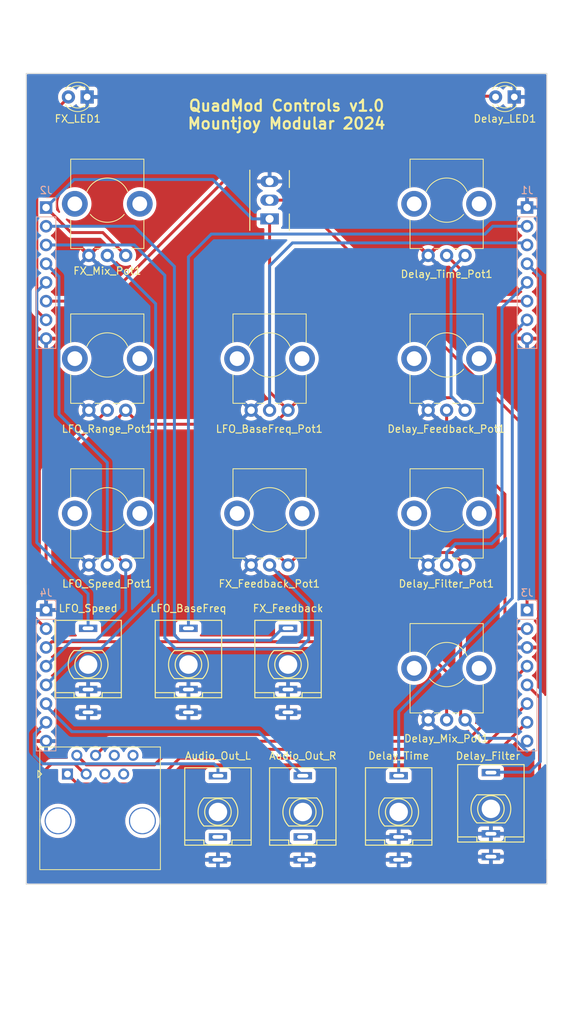
<source format=kicad_pcb>
(kicad_pcb (version 20221018) (generator pcbnew)
  (layers (0 "F.Cu" signal) (31 "B.Cu" signal) (36 "B.SilkS" user "B.Silkscreen") (37 "F.SilkS" user "F.Silkscreen") (38 "B.Mask" user) (39 "F.Mask" user) (44 "Edge.Cuts" user))
  (net 0 "")
  (net 1 "+3.3VA")
  (net 2 "/DLY_FILTER_POT")
  (net 3 "GND")
  (net 4 "/DELAY_LED")
  (net 5 "/DLY_TIME_POT")
  (net 6 "/FX_FEEDBACK_POT")
  (net 7 "/FX_LED")
  (net 8 "/DLY_TIME_CV")
  (net 9 "/DLY_FILTER_CV")
  (net 10 "/LFO_BASEFREQ_CV")
  (net 11 "/LFO_BASEFREQ_POT")
  (net 12 "/FX_TYPE")
  (net 13 "/LFO_RANGE")
  (net 14 "/IN4")
  (net 15 "/IN3")
  (net 16 "/IN2")
  (net 17 "/IN1")
  (net 18 "/FX_FEEDBACK_CV")
  (net 19 "/LFO_SPEED_POT")
  (net 20 "/LFO_SPEED_CV")
  (net 21 "/DLY_FEEDBACK")
  (net 22 "/DLY_MIX")
  (net 23 "/FX_MIX")
  (net 24 "/OUT_AMP2")
  (net 25 "/OUT_AMP1")
  (footprint "Custom_Footprints:LED_D3.0mm" (layer "F.Cu") (at 164.9 54 180)
    (fp_text reference "Delay_LED1" (at 0 -2.96) (layer "F.SilkS"))
    (fp_text value "LED")
    (pad "1" thru_hole rect (at -1.27 0 180) (size 1.8 1.8) (drill 0.9) (layers "*.Cu" "*.Mask") (net 3 "GND"))
    (pad "2" thru_hole circle (at 1.27 0 180) (size 1.8 1.8) (drill 0.9) (layers "*.Cu" "*.Mask") (net 4 "/DELAY_LED"))
  )
  (footprint "Custom_Footprints:Alpha_9mm_Potentiometer_Aligned" (layer "F.Cu") (at 111 68)
    (fp_text reference "FX_Mix_Pot1" (at 0 9.6) (layer "F.SilkS"))
    (fp_text value "B10k")
    (pad "" np_thru_hole circle (at -4.4 0.5 90) (size 3.5 3.5) (drill 2) (layers "F&B.Cu" "*.Mask"))
    (pad "" np_thru_hole circle (at 4.4 0.5 90) (size 3.5 3.5) (drill 2) (layers "F&B.Cu" "*.Mask"))
    (pad "1" thru_hole circle (at 2.5 7.5 90) (size 1.8 1.8) (drill 1) (layers "*.Cu" "*.Mask") (net 1 "+3.3VA"))
    (pad "2" thru_hole circle (at 0 7.5 90) (size 1.8 1.8) (drill 1) (layers "*.Cu" "*.Mask") (net 23 "/FX_MIX"))
    (pad "3" thru_hole circle (at -2.5 7.5 90) (size 1.8 1.8) (drill 1) (layers "*.Cu" "*.Mask") (net 3 "GND"))
  )
  (footprint "Custom_Footprints:Alpha_9mm_Potentiometer_Aligned" (layer "F.Cu") (at 157 89)
    (fp_text reference "Delay_Feedback_Pot1" (at -0.04 10.04) (layer "F.SilkS"))
    (fp_text value "B10k")
    (pad "" np_thru_hole circle (at -4.4 0.5 90) (size 3.5 3.5) (drill 2) (layers "F&B.Cu" "*.Mask"))
    (pad "" np_thru_hole circle (at 4.4 0.5 90) (size 3.5 3.5) (drill 2) (layers "F&B.Cu" "*.Mask"))
    (pad "1" thru_hole circle (at 2.5 7.5 90) (size 1.8 1.8) (drill 1) (layers "*.Cu" "*.Mask") (net 1 "+3.3VA"))
    (pad "2" thru_hole circle (at 0 7.5 90) (size 1.8 1.8) (drill 1) (layers "*.Cu" "*.Mask") (net 21 "/DLY_FEEDBACK"))
    (pad "3" thru_hole circle (at -2.5 7.5 90) (size 1.8 1.8) (drill 1) (layers "*.Cu" "*.Mask") (net 3 "GND"))
  )
  (footprint "Custom_Footprints:THONKICONN_hole" (layer "F.Cu") (at 135.5 131)
    (fp_text reference "J8" hide)
    (fp_text value "FX_Feedback" (at 0 -7.62) (layer "F.SilkS"))
    (pad "" np_thru_hole circle (at 0 0) (size 2.5 2.5) (drill 2.5) (layers "*.Cu" "*.Mask"))
    (pad "1" thru_hole rect (at 0 6.48) (size 2.5 1) (drill oval 1.5 0.5) (layers "*.Cu" "*.Mask") (net 3 "GND"))
    (pad "2" thru_hole rect (at 0 3.38) (size 2.5 1) (drill oval 1.5 0.5) (layers "*.Cu" "*.Mask") (net 3 "GND"))
    (pad "3" thru_hole rect (at 0 -4.92) (size 2.5 1) (drill oval 1.5 0.5) (layers "*.Cu" "*.Mask") (net 18 "/FX_FEEDBACK_CV"))
  )
  (footprint "Custom_Footprints:THONKICONN_hole" (layer "F.Cu") (at 126 151)
    (fp_text reference "J10" hide)
    (fp_text value "Audio_Out_L" (at 0 -7.62) (layer "F.SilkS"))
    (pad "" np_thru_hole circle (at 0 0) (size 2.5 2.5) (drill 2.5) (layers "*.Cu" "*.Mask"))
    (pad "1" thru_hole rect (at 0 6.48) (size 2.5 1) (drill oval 1.5 0.5) (layers "*.Cu" "*.Mask") (net 3 "GND"))
    (pad "2" thru_hole rect (at 0 3.38) (size 2.5 1) (drill oval 1.5 0.5) (layers "*.Cu" "*.Mask"))
    (pad "3" thru_hole rect (at 0 -4.92) (size 2.5 1) (drill oval 1.5 0.5) (layers "*.Cu" "*.Mask") (net 25 "/OUT_AMP1"))
  )
  (footprint "Custom_Footprints:Alpha_9mm_Potentiometer_Aligned" (layer "F.Cu") (at 133 110)
    (fp_text reference "FX_Feedback_Pot1" (at -0.04 10.04) (layer "F.SilkS"))
    (fp_text value "B10k")
    (pad "" np_thru_hole circle (at -4.4 0.5 90) (size 3.5 3.5) (drill 2) (layers "F&B.Cu" "*.Mask"))
    (pad "" np_thru_hole circle (at 4.4 0.5 90) (size 3.5 3.5) (drill 2) (layers "F&B.Cu" "*.Mask"))
    (pad "1" thru_hole circle (at 2.5 7.5 90) (size 1.8 1.8) (drill 1) (layers "*.Cu" "*.Mask") (net 1 "+3.3VA"))
    (pad "2" thru_hole circle (at 0 7.5 90) (size 1.8 1.8) (drill 1) (layers "*.Cu" "*.Mask") (net 6 "/FX_FEEDBACK_POT"))
    (pad "3" thru_hole circle (at -2.5 7.5 90) (size 1.8 1.8) (drill 1) (layers "*.Cu" "*.Mask") (net 3 "GND"))
  )
  (footprint "Custom_Footprints:Alpha_9mm_Potentiometer_Aligned" (layer "F.Cu") (at 133 89)
    (fp_text reference "LFO_BaseFreq_Pot1" (at -0.04 10.04) (layer "F.SilkS"))
    (fp_text value "B10k")
    (pad "" np_thru_hole circle (at -4.4 0.5 90) (size 3.5 3.5) (drill 2) (layers "F&B.Cu" "*.Mask"))
    (pad "" np_thru_hole circle (at 4.4 0.5 90) (size 3.5 3.5) (drill 2) (layers "F&B.Cu" "*.Mask"))
    (pad "1" thru_hole circle (at 2.5 7.5 90) (size 1.8 1.8) (drill 1) (layers "*.Cu" "*.Mask") (net 1 "+3.3VA"))
    (pad "2" thru_hole circle (at 0 7.5 90) (size 1.8 1.8) (drill 1) (layers "*.Cu" "*.Mask") (net 11 "/LFO_BASEFREQ_POT"))
    (pad "3" thru_hole circle (at -2.5 7.5 90) (size 1.8 1.8) (drill 1) (layers "*.Cu" "*.Mask") (net 3 "GND"))
  )
  (footprint "Custom_Footprints:Alpha_9mm_Potentiometer_Aligned" (layer "F.Cu") (at 157 131)
    (fp_text reference "Delay_Mix_Pot1" (at -0.04 10.04) (layer "F.SilkS"))
    (fp_text value "B10k")
    (pad "" np_thru_hole circle (at -4.4 0.5 90) (size 3.5 3.5) (drill 2) (layers "F&B.Cu" "*.Mask"))
    (pad "" np_thru_hole circle (at 4.4 0.5 90) (size 3.5 3.5) (drill 2) (layers "F&B.Cu" "*.Mask"))
    (pad "1" thru_hole circle (at 2.5 7.5 90) (size 1.8 1.8) (drill 1) (layers "*.Cu" "*.Mask") (net 1 "+3.3VA"))
    (pad "2" thru_hole circle (at 0 7.5 90) (size 1.8 1.8) (drill 1) (layers "*.Cu" "*.Mask") (net 22 "/DLY_MIX"))
    (pad "3" thru_hole circle (at -2.5 7.5 90) (size 1.8 1.8) (drill 1) (layers "*.Cu" "*.Mask") (net 3 "GND"))
  )
  (footprint "Custom_Footprints:THONKICONN_hole" (layer "F.Cu") (at 108.4 131)
    (fp_text reference "J9" hide)
    (fp_text value "LFO_Speed" (at 0 -7.62) (layer "F.SilkS"))
    (pad "" np_thru_hole circle (at 0 0) (size 2.5 2.5) (drill 2.5) (layers "*.Cu" "*.Mask"))
    (pad "1" thru_hole rect (at 0 6.48) (size 2.5 1) (drill oval 1.5 0.5) (layers "*.Cu" "*.Mask") (net 3 "GND"))
    (pad "2" thru_hole rect (at 0 3.38) (size 2.5 1) (drill oval 1.5 0.5) (layers "*.Cu" "*.Mask") (net 3 "GND"))
    (pad "3" thru_hole rect (at 0 -4.92) (size 2.5 1) (drill oval 1.5 0.5) (layers "*.Cu" "*.Mask") (net 20 "/LFO_SPEED_CV"))
  )
  (footprint "Custom_Footprints:Alpha_9mm_Potentiometer_Aligned" (layer "F.Cu") (at 157 68)
    (fp_text reference "Delay_Time_Pot1" (at 0 10.04) (layer "F.SilkS"))
    (fp_text value "B10k")
    (pad "" np_thru_hole circle (at -4.4 0.5 90) (size 3.5 3.5) (drill 2) (layers "F&B.Cu" "*.Mask"))
    (pad "" np_thru_hole circle (at 4.4 0.5 90) (size 3.5 3.5) (drill 2) (layers "F&B.Cu" "*.Mask"))
    (pad "1" thru_hole circle (at 2.5 7.5 90) (size 1.8 1.8) (drill 1) (layers "*.Cu" "*.Mask") (net 1 "+3.3VA"))
    (pad "2" thru_hole circle (at 0 7.5 90) (size 1.8 1.8) (drill 1) (layers "*.Cu" "*.Mask") (net 5 "/DLY_TIME_POT"))
    (pad "3" thru_hole circle (at -2.5 7.5 90) (size 1.8 1.8) (drill 1) (layers "*.Cu" "*.Mask") (net 3 "GND"))
  )
  (footprint "Custom_Footprints:Alpha_9mm_Potentiometer_Aligned" (layer "F.Cu") (at 111 89)
    (fp_text reference "LFO_Range_Pot1" (at -0.04 10.04) (layer "F.SilkS"))
    (fp_text value "B10k")
    (pad "" np_thru_hole circle (at -4.4 0.5 90) (size 3.5 3.5) (drill 2) (layers "F&B.Cu" "*.Mask"))
    (pad "" np_thru_hole circle (at 4.4 0.5 90) (size 3.5 3.5) (drill 2) (layers "F&B.Cu" "*.Mask"))
    (pad "1" thru_hole circle (at 2.5 7.5 90) (size 1.8 1.8) (drill 1) (layers "*.Cu" "*.Mask") (net 1 "+3.3VA"))
    (pad "2" thru_hole circle (at 0 7.5 90) (size 1.8 1.8) (drill 1) (layers "*.Cu" "*.Mask") (net 13 "/LFO_RANGE"))
    (pad "3" thru_hole circle (at -2.5 7.5 90) (size 1.8 1.8) (drill 1) (layers "*.Cu" "*.Mask") (net 3 "GND"))
  )
  (footprint "Custom_Footprints:Alpha_9mm_Potentiometer_Aligned" (layer "F.Cu") (at 111 110)
    (fp_text reference "LFO_Speed_Pot1" (at -0.04 10.04) (layer "F.SilkS"))
    (fp_text value "B10k")
    (pad "" np_thru_hole circle (at -4.4 0.5 90) (size 3.5 3.5) (drill 2) (layers "F&B.Cu" "*.Mask"))
    (pad "" np_thru_hole circle (at 4.4 0.5 90) (size 3.5 3.5) (drill 2) (layers "F&B.Cu" "*.Mask"))
    (pad "1" thru_hole circle (at 2.5 7.5 90) (size 1.8 1.8) (drill 1) (layers "*.Cu" "*.Mask") (net 1 "+3.3VA"))
    (pad "2" thru_hole circle (at 0 7.5 90) (size 1.8 1.8) (drill 1) (layers "*.Cu" "*.Mask") (net 19 "/LFO_SPEED_POT"))
    (pad "3" thru_hole circle (at -2.5 7.5 90) (size 1.8 1.8) (drill 1) (layers "*.Cu" "*.Mask") (net 3 "GND"))
  )
  (footprint "Custom_Footprints:SPDTSubMiniature" (layer "F.Cu") (at 133 70.54 90)
    (fp_text reference "SW1" hide)
    (fp_text value "FX_Type_Switch")
    (pad "1" thru_hole rect (at 0 0 90) (size 1.5 2.5) (drill 1.0922) (layers "*.Cu" "*.Mask") (net 1 "+3.3VA"))
    (pad "2" thru_hole oval (at 2.54 0 90) (size 1.5 2.5) (drill 1.0922) (layers "*.Cu" "*.Mask") (net 12 "/FX_TYPE"))
    (pad "3" thru_hole oval (at 5.08 0 90) (size 1.5 2.5) (drill 1.0922) (layers "*.Cu" "*.Mask") (net 3 "GND"))
  )
  (footprint "Custom_Footprints:THONKICONN_hole" (layer "F.Cu") (at 163 150.5725)
    (fp_text reference "J6" hide)
    (fp_text value "Delay_Filter" (at -0.4 -7.1725) (layer "F.SilkS"))
    (pad "" np_thru_hole circle (at 0 0) (size 2.5 2.5) (drill 2.5) (layers "*.Cu" "*.Mask"))
    (pad "1" thru_hole rect (at 0 6.48) (size 2.5 1) (drill oval 1.5 0.5) (layers "*.Cu" "*.Mask") (net 3 "GND"))
    (pad "2" thru_hole rect (at 0 3.38) (size 2.5 1) (drill oval 1.5 0.5) (layers "*.Cu" "*.Mask") (net 3 "GND"))
    (pad "3" thru_hole rect (at 0 -4.92) (size 2.5 1) (drill oval 1.5 0.5) (layers "*.Cu" "*.Mask") (net 9 "/DLY_FILTER_CV"))
  )
  (footprint "Custom_Footprints:Alpha_9mm_Potentiometer_Aligned" (layer "F.Cu") (at 157 110)
    (fp_text reference "Delay_Filter_Pot1" (at -0.04 10.04) (layer "F.SilkS"))
    (fp_text value "B10k")
    (pad "" np_thru_hole circle (at -4.4 0.5 90) (size 3.5 3.5) (drill 2) (layers "F&B.Cu" "*.Mask"))
    (pad "" np_thru_hole circle (at 4.4 0.5 90) (size 3.5 3.5) (drill 2) (layers "F&B.Cu" "*.Mask"))
    (pad "1" thru_hole circle (at 2.5 7.5 90) (size 1.8 1.8) (drill 1) (layers "*.Cu" "*.Mask") (net 1 "+3.3VA"))
    (pad "2" thru_hole circle (at 0 7.5 90) (size 1.8 1.8) (drill 1) (layers "*.Cu" "*.Mask") (net 2 "/DLY_FILTER_POT"))
    (pad "3" thru_hole circle (at -2.5 7.5 90) (size 1.8 1.8) (drill 1) (layers "*.Cu" "*.Mask") (net 3 "GND"))
  )
  (footprint "Custom_Footprints:LED_D3.0mm" (layer "F.Cu") (at 107 54 180)
    (fp_text reference "FX_LED1" (at 0 -2.96) (layer "F.SilkS"))
    (fp_text value "LED")
    (pad "1" thru_hole rect (at -1.27 0 180) (size 1.8 1.8) (drill 0.9) (layers "*.Cu" "*.Mask") (net 3 "GND"))
    (pad "2" thru_hole circle (at 1.27 0 180) (size 1.8 1.8) (drill 0.9) (layers "*.Cu" "*.Mask") (net 7 "/FX_LED"))
  )
  (footprint "Custom_Footprints:THONKICONN_hole" (layer "F.Cu") (at 122 131)
    (fp_text reference "J7" hide)
    (fp_text value "LFO_BaseFreq" (at 0 -7.62) (layer "F.SilkS"))
    (pad "" np_thru_hole circle (at 0 0) (size 2.5 2.5) (drill 2.5) (layers "*.Cu" "*.Mask"))
    (pad "1" thru_hole rect (at 0 6.48) (size 2.5 1) (drill oval 1.5 0.5) (layers "*.Cu" "*.Mask") (net 3 "GND"))
    (pad "2" thru_hole rect (at 0 3.38) (size 2.5 1) (drill oval 1.5 0.5) (layers "*.Cu" "*.Mask") (net 3 "GND"))
    (pad "3" thru_hole rect (at 0 -4.92) (size 2.5 1) (drill oval 1.5 0.5) (layers "*.Cu" "*.Mask") (net 10 "/LFO_BASEFREQ_CV"))
  )
  (footprint "Custom_Footprints:THONKICONN_hole" (layer "F.Cu") (at 137.5 151)
    (fp_text reference "J11" hide)
    (fp_text value "Audio_Out_R" (at 0 -7.62) (layer "F.SilkS"))
    (pad "" np_thru_hole circle (at 0 0) (size 2.5 2.5) (drill 2.5) (layers "*.Cu" "*.Mask"))
    (pad "1" thru_hole rect (at 0 6.48) (size 2.5 1) (drill oval 1.5 0.5) (layers "*.Cu" "*.Mask") (net 3 "GND"))
    (pad "2" thru_hole rect (at 0 3.38) (size 2.5 1) (drill oval 1.5 0.5) (layers "*.Cu" "*.Mask"))
    (pad "3" thru_hole rect (at 0 -4.92) (size 2.5 1) (drill oval 1.5 0.5) (layers "*.Cu" "*.Mask") (net 24 "/OUT_AMP2"))
  )
  (footprint "Custom_Footprints:RJ45_Molex_42878-8506" (layer "F.Cu") (at 110 150.5)
    (fp_text reference "J13" hide)
    (fp_text value "Audio_In")
    (pad "" np_thru_hole circle (at -5.67 1.7) (size 3.65 3.65) (drill 3.33) (layers "F&B.Cu" "*.Mask"))
    (pad "" np_thru_hole circle (at 5.76 1.7) (size 3.65 3.65) (drill 3.33) (layers "F&B.Cu" "*.Mask"))
    (pad "1" thru_hole rect (at -4.4 -4.65) (size 1.5 1.5) (drill 0.9) (layers "*.Cu" "*.Mask") (net 17 "/IN1"))
    (pad "2" thru_hole circle (at -3.13 -7.19) (size 1.5 1.5) (drill 0.9) (layers "*.Cu" "*.Mask") (net 16 "/IN2"))
    (pad "3" thru_hole circle (at -1.86 -4.65) (size 1.5 1.5) (drill 0.9) (layers "*.Cu" "*.Mask") (net 15 "/IN3"))
    (pad "4" thru_hole circle (at -0.59 -7.19) (size 1.5 1.5) (drill 0.9) (layers "*.Cu" "*.Mask") (net 14 "/IN4"))
    (pad "5" thru_hole circle (at 0.68 -4.65) (size 1.5 1.5) (drill 0.9) (layers "*.Cu" "*.Mask"))
    (pad "6" thru_hole circle (at 1.95 -7.19) (size 1.5 1.5) (drill 0.9) (layers "*.Cu" "*.Mask"))
    (pad "7" thru_hole circle (at 3.22 -4.65) (size 1.5 1.5) (drill 0.9) (layers "*.Cu" "*.Mask"))
    (pad "8" thru_hole circle (at 4.49 -7.19) (size 1.5 1.5) (drill 0.9) (layers "*.Cu" "*.Mask"))
  )
  (footprint "Custom_Footprints:THONKICONN_hole" (layer "F.Cu") (at 150.5 151)
    (fp_text reference "J5" hide)
    (fp_text value "Delay_Time" (at 0 -7.62) (layer "F.SilkS"))
    (pad "" np_thru_hole circle (at 0 0) (size 2.5 2.5) (drill 2.5) (layers "*.Cu" "*.Mask"))
    (pad "1" thru_hole rect (at 0 6.48) (size 2.5 1) (drill oval 1.5 0.5) (layers "*.Cu" "*.Mask") (net 3 "GND"))
    (pad "2" thru_hole rect (at 0 3.38) (size 2.5 1) (drill oval 1.5 0.5) (layers "*.Cu" "*.Mask") (net 3 "GND"))
    (pad "3" thru_hole rect (at 0 -4.92) (size 2.5 1) (drill oval 1.5 0.5) (layers "*.Cu" "*.Mask") (net 8 "/DLY_TIME_CV"))
  )
  (footprint "Connector_PinHeader_2.54mm:PinHeader_1x08_P2.54mm_Vertical" (layer "B.Cu") (at 167.9 69 180)
    (fp_text reference "J1" (at 0 2.33) (layer "B.SilkS") (effects (justify mirror)))
    (fp_text value "Conn_01x08_Pin")
    (pad "1" thru_hole rect (at 0 0 180) (size 1.7 1.7) (drill 1) (layers "*.Cu" "*.Mask") (net 3 "GND"))
    (pad "2" thru_hole oval (at 0 -2.54 180) (size 1.7 1.7) (drill 1) (layers "*.Cu" "*.Mask") (net 10 "/LFO_BASEFREQ_CV"))
    (pad "3" thru_hole oval (at 0 -5.08 180) (size 1.7 1.7) (drill 1) (layers "*.Cu" "*.Mask") (net 11 "/LFO_BASEFREQ_POT"))
    (pad "4" thru_hole oval (at 0 -7.62 180) (size 1.7 1.7) (drill 1) (layers "*.Cu" "*.Mask") (net 9 "/DLY_FILTER_CV"))
    (pad "5" thru_hole oval (at 0 -10.16 180) (size 1.7 1.7) (drill 1) (layers "*.Cu" "*.Mask") (net 2 "/DLY_FILTER_POT"))
    (pad "6" thru_hole oval (at 0 -12.7 180) (size 1.7 1.7) (drill 1) (layers "*.Cu" "*.Mask") (net 5 "/DLY_TIME_POT"))
    (pad "7" thru_hole oval (at 0 -15.24 180) (size 1.7 1.7) (drill 1) (layers "*.Cu" "*.Mask") (net 8 "/DLY_TIME_CV"))
    (pad "8" thru_hole oval (at 0 -17.78 180) (size 1.7 1.7) (drill 1) (layers "*.Cu" "*.Mask") (net 3 "GND"))
  )
  (footprint "Connector_PinHeader_2.54mm:PinHeader_1x08_P2.54mm_Vertical" (layer "B.Cu") (at 102.7 69 180)
    (fp_text reference "J2" (at 0 2.33) (layer "B.SilkS") (effects (justify mirror)))
    (fp_text value "Conn_01x08_Pin")
    (pad "1" thru_hole rect (at 0 0 180) (size 1.7 1.7) (drill 1) (layers "*.Cu" "*.Mask") (net 1 "+3.3VA"))
    (pad "2" thru_hole oval (at 0 -2.54 180) (size 1.7 1.7) (drill 1) (layers "*.Cu" "*.Mask") (net 18 "/FX_FEEDBACK_CV"))
    (pad "3" thru_hole oval (at 0 -5.08 180) (size 1.7 1.7) (drill 1) (layers "*.Cu" "*.Mask") (net 6 "/FX_FEEDBACK_POT"))
    (pad "4" thru_hole oval (at 0 -7.62 180) (size 1.7 1.7) (drill 1) (layers "*.Cu" "*.Mask") (net 19 "/LFO_SPEED_POT"))
    (pad "5" thru_hole oval (at 0 -10.16 180) (size 1.7 1.7) (drill 1) (layers "*.Cu" "*.Mask") (net 20 "/LFO_SPEED_CV"))
    (pad "6" thru_hole oval (at 0 -12.7 180) (size 1.7 1.7) (drill 1) (layers "*.Cu" "*.Mask") (net 4 "/DELAY_LED"))
    (pad "7" thru_hole oval (at 0 -15.24 180) (size 1.7 1.7) (drill 1) (layers "*.Cu" "*.Mask") (net 7 "/FX_LED"))
    (pad "8" thru_hole oval (at 0 -17.78 180) (size 1.7 1.7) (drill 1) (layers "*.Cu" "*.Mask") (net 3 "GND"))
  )
  (footprint "Connector_PinHeader_2.54mm:PinHeader_1x08_P2.54mm_Vertical" (layer "B.Cu") (at 102.7 123.6 180)
    (fp_text reference "J4" (at 0 2.33) (layer "B.SilkS") (effects (justify mirror)))
    (fp_text value "Conn_01x08_Pin")
    (pad "1" thru_hole rect (at 0 0 180) (size 1.7 1.7) (drill 1) (layers "*.Cu" "*.Mask") (net 3 "GND"))
    (pad "2" thru_hole oval (at 0 -2.54 180) (size 1.7 1.7) (drill 1) (layers "*.Cu" "*.Mask") (net 13 "/LFO_RANGE"))
    (pad "3" thru_hole oval (at 0 -5.08 180) (size 1.7 1.7) (drill 1) (layers "*.Cu" "*.Mask") (net 22 "/DLY_MIX"))
    (pad "4" thru_hole oval (at 0 -7.62 180) (size 1.7 1.7) (drill 1) (layers "*.Cu" "*.Mask") (net 1 "+3.3VA"))
    (pad "5" thru_hole oval (at 0 -10.16 180) (size 1.7 1.7) (drill 1) (layers "*.Cu" "*.Mask") (net 23 "/FX_MIX"))
    (pad "6" thru_hole oval (at 0 -12.7 180) (size 1.7 1.7) (drill 1) (layers "*.Cu" "*.Mask") (net 24 "/OUT_AMP2"))
    (pad "7" thru_hole oval (at 0 -15.24 180) (size 1.7 1.7) (drill 1) (layers "*.Cu" "*.Mask") (net 25 "/OUT_AMP1"))
    (pad "8" thru_hole oval (at 0 -17.78 180) (size 1.7 1.7) (drill 1) (layers "*.Cu" "*.Mask") (net 3 "GND"))
  )
  (footprint "Connector_PinHeader_2.54mm:PinHeader_1x08_P2.54mm_Vertical" (layer "B.Cu") (at 167.9 123.6 180)
    (fp_text reference "J3" (at 0 2.33) (layer "B.SilkS") (effects (justify mirror)))
    (fp_text value "Conn_01x08_Pin")
    (pad "1" thru_hole rect (at 0 0 180) (size 1.7 1.7) (drill 1) (layers "*.Cu" "*.Mask") (net 12 "/FX_TYPE"))
    (pad "2" thru_hole oval (at 0 -2.54 180) (size 1.7 1.7) (drill 1) (layers "*.Cu" "*.Mask") (net 21 "/DLY_FEEDBACK"))
    (pad "3" thru_hole oval (at 0 -5.08 180) (size 1.7 1.7) (drill 1) (layers "*.Cu" "*.Mask") (net 3 "GND"))
    (pad "4" thru_hole oval (at 0 -7.62 180) (size 1.7 1.7) (drill 1) (layers "*.Cu" "*.Mask") (net 14 "/IN4"))
    (pad "5" thru_hole oval (at 0 -10.16 180) (size 1.7 1.7) (drill 1) (layers "*.Cu" "*.Mask") (net 15 "/IN3"))
    (pad "6" thru_hole oval (at 0 -12.7 180) (size 1.7 1.7) (drill 1) (layers "*.Cu" "*.Mask") (net 16 "/IN2"))
    (pad "7" thru_hole oval (at 0 -15.24 180) (size 1.7 1.7) (drill 1) (layers "*.Cu" "*.Mask") (net 17 "/IN1"))
    (pad "8" thru_hole oval (at 0 -17.78 180) (size 1.7 1.7) (drill 1) (layers "*.Cu" "*.Mask") (net 1 "+3.3VA"))
  )
  (gr_rect locked (start 100 50.8) (end 170.6 160.8) (stroke (width 0.1)) (fill none) (layer "Edge.Cuts"))
  (gr_text "QuadMod Controls v1.0\nMountjoy Modular 2024" (at 135.3 56.4) (layer "F.SilkS") (effects (font (size 1.5 1.5) (thickness 0.3))))
  (segment (start 115.4 98.4) (end 133.9 98.4) (width 0.4) (layer "F.Cu") (net 1))
  (segment (start 134 116) (end 135.5 117.5) (width 0.4) (layer "F.Cu") (net 1))
  (segment (start 157.8 115.8) (end 137.2 115.8) (width 0.4) (layer "F.Cu") (net 1))
  (segment (start 158.9 118.1) (end 159.5 117.5) (width 0.4) (layer "F.Cu") (net 1))
  (segment (start 157.8 94.8) (end 137.2 94.8) (width 0.4) (layer "F.Cu") (net 1))
  (segment (start 134 98) (end 134 116) (width 0.4) (layer "F.Cu") (net 1))
  (segment (start 110.4 72.4) (end 113.5 75.5) (width 0.4) (layer "F.Cu") (net 1))
  (segment (start 112.6 97.4) (end 113.5 96.5) (width 0.4) (layer "F.Cu") (net 1))
  (segment (start 102.7 69) (end 106.1 72.4) (width 0.4) (layer "F.Cu") (net 1))
  (segment (start 158.9 137.9) (end 158.9 118.1) (width 0.4) (layer "F.Cu") (net 1))
  (segment (start 133 94) (end 133 70.54) (width 0.4) (layer "F.Cu") (net 1))
  (segment (start 113.5 117.5) (end 112.6 116.6) (width 0.4) (layer "F.Cu") (net 1))
  (segment (start 112.6 116.6) (end 112.6 97.4) (width 0.4) (layer "F.Cu") (net 1))
  (segment (start 135.5 96.5) (end 133 94) (width 0.4) (layer "F.Cu") (net 1))
  (segment (start 106.1 72.4) (end 110.4 72.4) (width 0.4) (layer "F.Cu") (net 1))
  (segment (start 159.5 117.5) (end 157.8 115.8) (width 0.4) (layer "F.Cu") (net 1))
  (segment (start 159.5 138.5) (end 158.9 137.9) (width 0.4) (layer "F.Cu") (net 1))
  (segment (start 159.5 96.5) (end 157.8 94.8) (width 0.4) (layer "F.Cu") (net 1))
  (segment (start 113.5 96.5) (end 115.4 98.4) (width 0.4) (layer "F.Cu") (net 1))
  (segment (start 137.2 94.8) (end 135.5 96.5) (width 0.4) (layer "F.Cu") (net 1))
  (segment (start 135.5 96.5) (end 134 98) (width 0.4) (layer "F.Cu") (net 1))
  (segment (start 137.2 115.8) (end 135.5 117.5) (width 0.4) (layer "F.Cu") (net 1))
  (segment (start 133.9 98.4) (end 134 98.3) (width 0.4) (layer "F.Cu") (net 1))
  (segment (start 134 98.3) (end 134 98) (width 0.4) (layer "F.Cu") (net 1))
  (segment (start 106.5 65.2) (end 102.7 69) (width 0.4) (layer "B.Cu") (net 1))
  (segment (start 133 70.54) (end 130.64 70.54) (width 0.4) (layer "B.Cu") (net 1))
  (segment (start 125.3 65.2) (end 106.5 65.2) (width 0.4) (layer "B.Cu") (net 1))
  (segment (start 159.5 96.5) (end 157.6 94.6) (width 0.4) (layer "B.Cu") (net 1))
  (segment (start 130.64 70.54) (end 125.3 65.2) (width 0.4) (layer "B.Cu") (net 1))
  (segment (start 106.22 127.7) (end 109.5 127.7) (width 0.4) (layer "B.Cu") (net 1))
  (segment (start 166.12 141) (end 162 141) (width 0.4) (layer "B.Cu") (net 1))
  (segment (start 102.7 131.22) (end 106.22 127.7) (width 0.4) (layer "B.Cu") (net 1))
  (segment (start 167.9 142.78) (end 166.12 141) (width 0.4) (layer "B.Cu") (net 1))
  (segment (start 157.6 77.4) (end 159.5 75.5) (width 0.4) (layer "B.Cu") (net 1))
  (segment (start 157.6 94.6) (end 157.6 77.4) (width 0.4) (layer "B.Cu") (net 1))
  (segment (start 113.5 123.7) (end 113.5 117.5) (width 0.4) (layer "B.Cu") (net 1))
  (segment (start 162 141) (end 159.5 138.5) (width 0.4) (layer "B.Cu") (net 1))
  (segment (start 109.5 127.7) (end 113.5 123.7) (width 0.4) (layer "B.Cu") (net 1))
  (segment (start 164.5 113.2) (end 164.5 82.6) (width 0.4) (layer "B.Cu") (net 2))
  (segment (start 158.2 114.6) (end 163.1 114.6) (width 0.4) (layer "B.Cu") (net 2))
  (segment (start 157 117.5) (end 157 115.8) (width 0.4) (layer "B.Cu") (net 2))
  (segment (start 157 115.8) (end 158.2 114.6) (width 0.4) (layer "B.Cu") (net 2))
  (segment (start 164.5 82.6) (end 167.9 79.2) (width 0.4) (layer "B.Cu") (net 2))
  (segment (start 163.1 114.6) (end 164.5 113.2) (width 0.4) (layer "B.Cu") (net 2))
  (segment (start 167.9 79.2) (end 167.9 79.16) (width 0.4) (layer "B.Cu") (net 2))
  (segment (start 163.53 53.9) (end 163.63 54) (width 0.4) (layer "F.Cu") (net 4))
  (segment (start 102.7 81.7) (end 110.5 81.7) (width 0.4) (layer "F.Cu") (net 4))
  (segment (start 138.3 53.9) (end 163.53 53.9) (width 0.4) (layer "F.Cu") (net 4))
  (segment (start 110.5 81.7) (end 138.3 53.9) (width 0.4) (layer "F.Cu") (net 4))
  (segment (start 163.2 81.7) (end 167.9 81.7) (width 0.4) (layer "F.Cu") (net 5))
  (segment (start 157 75.5) (end 163.2 81.7) (width 0.4) (layer "F.Cu") (net 5))
  (segment (start 118.8 127.4) (end 120.3 128.9) (width 0.4) (layer "B.Cu") (net 6))
  (segment (start 118.8 78.2) (end 118.8 127.4) (width 0.4) (layer "B.Cu") (net 6))
  (segment (start 138.3 127.6) (end 138.3 122.8) (width 0.4) (layer "B.Cu") (net 6))
  (segment (start 137 128.9) (end 138.3 127.6) (width 0.4) (layer "B.Cu") (net 6))
  (segment (start 114.68 74.08) (end 118.8 78.2) (width 0.4) (layer "B.Cu") (net 6))
  (segment (start 120.3 128.9) (end 137 128.9) (width 0.4) (layer "B.Cu") (net 6))
  (segment (start 138.3 122.8) (end 133 117.5) (width 0.4) (layer "B.Cu") (net 6))
  (segment (start 102.7 74.08) (end 114.68 74.08) (width 0.4) (layer "B.Cu") (net 6))
  (segment (start 101.45 82.99) (end 101.45 58.35) (width 0.4) (layer "F.Cu") (net 7))
  (segment (start 102.7 84.24) (end 101.45 82.99) (width 0.4) (layer "F.Cu") (net 7))
  (segment (start 105.73 54.07) (end 105.73 54) (width 0.4) (layer "F.Cu") (net 7))
  (segment (start 101.45 58.35) (end 105.73 54.07) (width 0.4) (layer "F.Cu") (net 7))
  (segment (start 165.9 86.24) (end 165.9 122) (width 0.4) (layer "B.Cu") (net 8))
  (segment (start 167.9 84.24) (end 165.9 86.24) (width 0.4) (layer "B.Cu") (net 8))
  (segment (start 150.5 137.4) (end 150.5 146.08) (width 0.4) (layer "B.Cu") (net 8))
  (segment (start 165.9 122) (end 150.5 137.4) (width 0.4) (layer "B.Cu") (net 8))
  (segment (start 163 145.6525) (end 163.0525 145.6) (width 0.4) (layer "B.Cu") (net 9))
  (segment (start 163.0525 145.6) (end 168.25 145.6) (width 0.4) (layer "B.Cu") (net 9))
  (segment (start 169.7 144.15) (end 169.7 78.4) (width 0.4) (layer "B.Cu") (net 9))
  (segment (start 169.68 78.4) (end 169.7 78.4) (width 0.4) (layer "B.Cu") (net 9))
  (segment (start 167.9 76.62) (end 169.68 78.4) (width 0.4) (layer "B.Cu") (net 9))
  (segment (start 168.25 145.6) (end 169.7 144.15) (width 0.4) (layer "B.Cu") (net 9))
  (segment (start 122 75.7) (end 122 126.08) (width 0.4) (layer "B.Cu") (net 10))
  (segment (start 125.1 72.6) (end 122 75.7) (width 0.4) (layer "B.Cu") (net 10))
  (segment (start 167.9 71.54) (end 163.26 71.54) (width 0.4) (layer "B.Cu") (net 10))
  (segment (start 163.26 71.54) (end 162.2 72.6) (width 0.4) (layer "B.Cu") (net 10))
  (segment (start 162.2 72.6) (end 125.1 72.6) (width 0.4) (layer "B.Cu") (net 10))
  (segment (start 133 76.9) (end 136.1 73.8) (width 0.4) (layer "B.Cu") (net 11))
  (segment (start 133 96.5) (end 133 76.9) (width 0.4) (layer "B.Cu") (net 11))
  (segment (start 167.62 73.8) (end 167.9 74.08) (width 0.4) (layer "B.Cu") (net 11))
  (segment (start 136.1 73.8) (end 167.62 73.8) (width 0.4) (layer "B.Cu") (net 11))
  (segment (start 167.9 99.04056) (end 136.85944 68) (width 0.4) (layer "F.Cu") (net 12))
  (segment (start 136.85944 68) (end 133 68) (width 0.4) (layer "F.Cu") (net 12))
  (segment (start 167.9 123.6) (end 167.9 99.04056) (width 0.4) (layer "F.Cu") (net 12))
  (segment (start 102.7 126.14) (end 101 124.44) (width 0.4) (layer "F.Cu") (net 13))
  (segment (start 102.7 104.8) (end 111 96.5) (width 0.4) (layer "F.Cu") (net 13))
  (segment (start 101 120.4) (end 102.7 118.7) (width 0.4) (layer "F.Cu") (net 13))
  (segment (start 101 124.44) (end 101 120.4) (width 0.4) (layer "F.Cu") (net 13))
  (segment (start 102.7 118.7) (end 102.7 104.8) (width 0.4) (layer "F.Cu") (net 13))
  (segment (start 159.7 141.4) (end 111.32 141.4) (width 0.4) (layer "F.Cu") (net 14))
  (segment (start 111.32 141.4) (end 109.41 143.31) (width 0.4) (layer "F.Cu") (net 14))
  (segment (start 162.1 139) (end 159.7 141.4) (width 0.4) (layer "F.Cu") (net 14))
  (segment (start 162.1 137.02) (end 162.1 139) (width 0.4) (layer "F.Cu") (net 14))
  (segment (start 167.9 131.22) (end 162.1 137.02) (width 0.4) (layer "F.Cu") (net 14))
  (segment (start 101.7 157.5) (end 101.7 146.2) (width 0.4) (layer "F.Cu") (net 15))
  (segment (start 167.6 159.1) (end 103.3 159.1) (width 0.4) (layer "F.Cu") (net 15))
  (segment (start 167.9 133.76) (end 169.6 135.46) (width 0.4) (layer "F.Cu") (net 15))
  (segment (start 106.6 144.5) (end 107.95 145.85) (width 0.4) (layer "F.Cu") (net 15))
  (segment (start 103.4 144.5) (end 106.6 144.5) (width 0.4) (layer "F.Cu") (net 15))
  (segment (start 101.7 146.2) (end 103.4 144.5) (width 0.4) (layer "F.Cu") (net 15))
  (segment (start 103.3 159.1) (end 101.7 157.5) (width 0.4) (layer "F.Cu") (net 15))
  (segment (start 169.6 135.46) (end 169.6 157.1) (width 0.4) (layer "F.Cu") (net 15))
  (segment (start 169.6 157.1) (end 167.6 159.1) (width 0.4) (layer "F.Cu") (net 15))
  (segment (start 107.95 145.85) (end 108.14 145.85) (width 0.4) (layer "F.Cu") (net 15))
  (segment (start 117.4 144.6) (end 108.16 144.6) (width 0.4) (layer "F.Cu") (net 16))
  (segment (start 161.7 142.5) (end 119.5 142.5) (width 0.4) (layer "F.Cu") (net 16))
  (segment (start 108.16 144.6) (end 106.87 143.31) (width 0.4) (layer "F.Cu") (net 16))
  (segment (start 167.9 136.3) (end 161.7 142.5) (width 0.4) (layer "F.Cu") (net 16))
  (segment (start 119.5 142.5) (end 117.4 144.6) (width 0.4) (layer "F.Cu") (net 16))
  (segment (start 120.8 143.7) (end 163.04 143.7) (width 0.4) (layer "F.Cu") (net 17))
  (segment (start 106.95 147.2) (end 117.3 147.2) (width 0.4) (layer "F.Cu") (net 17))
  (segment (start 105.6 145.85) (end 106.95 147.2) (width 0.4) (layer "F.Cu") (net 17))
  (segment (start 117.3 147.2) (end 120.8 143.7) (width 0.4) (layer "F.Cu") (net 17))
  (segment (start 163.04 143.7) (end 167.9 138.84) (width 0.4) (layer "F.Cu") (net 17))
  (segment (start 120.8 127.7) (end 120.1 127) (width 0.4) (layer "B.Cu") (net 18))
  (segment (start 114.64 71.54) (end 102.7 71.54) (width 0.4) (layer "B.Cu") (net 18))
  (segment (start 120.1 77) (end 114.64 71.54) (width 0.4) (layer "B.Cu") (net 18))
  (segment (start 120.1 127) (end 120.1 77) (width 0.4) (layer "B.Cu") (net 18))
  (segment (start 134.75 126.08) (end 133.13 127.7) (width 0.4) (layer "B.Cu") (net 18))
  (segment (start 135.5 126.08) (end 134.75 126.08) (width 0.4) (layer "B.Cu") (net 18))
  (segment (start 133.13 127.7) (end 120.8 127.7) (width 0.4) (layer "B.Cu") (net 18))
  (segment (start 111 103.6) (end 104.45 97.05) (width 0.4) (layer "B.Cu") (net 19))
  (segment (start 104.45 97.05) (end 104.45 78.37) (width 0.4) (layer "B.Cu") (net 19))
  (segment (start 104.45 78.37) (end 102.7 76.62) (width 0.4) (layer "B.Cu") (net 19))
  (segment (start 111 117.5) (end 111 103.6) (width 0.4) (layer "B.Cu") (net 19))
  (segment (start 108.4 126.08) (end 108.4 121.4) (width 0.4) (layer "B.Cu") (net 20))
  (segment (start 101.45 80.41) (end 102.7 79.16) (width 0.4) (layer "B.Cu") (net 20))
  (segment (start 108.4 121.4) (end 101.45 114.45) (width 0.4) (layer "B.Cu") (net 20))
  (segment (start 101.45 114.45) (end 101.45 80.41) (width 0.4) (layer "B.Cu") (net 20))
  (segment (start 164.9 124.54) (end 164.9 107.9) (width 0.4) (layer "F.Cu") (net 21))
  (segment (start 166.5 126.14) (end 164.9 124.54) (width 0.4) (layer "F.Cu") (net 21))
  (segment (start 164.9 107.9) (end 157 100) (width 0.4) (layer "F.Cu") (net 21))
  (segment (start 167.9 126.14) (end 166.5 126.14) (width 0.4) (layer "F.Cu") (net 21))
  (segment (start 157 100) (end 157 96.5) (width 0.4) (layer "F.Cu") (net 21))
  (segment (start 152.9 127.9) (end 157 132) (width 0.4) (layer "F.Cu") (net 22))
  (segment (start 102.7 128.68) (end 103.48 127.9) (width 0.4) (layer "F.Cu") (net 22))
  (segment (start 103.48 127.9) (end 152.9 127.9) (width 0.4) (layer "F.Cu") (net 22))
  (segment (start 157 132) (end 157 138.5) (width 0.4) (layer "F.Cu") (net 22))
  (segment (start 110.2 128.8) (end 117.55 121.45) (width 0.4) (layer "B.Cu") (net 23))
  (segment (start 107.66 128.8) (end 110.2 128.8) (width 0.4) (layer "B.Cu") (net 23))
  (segment (start 117.55 121.45) (end 117.55 82.05) (width 0.4) (layer "B.Cu") (net 23))
  (segment (start 102.7 133.76) (end 107.66 128.8) (width 0.4) (layer "B.Cu") (net 23))
  (segment (start 117.55 82.05) (end 111 75.5) (width 0.4) (layer "B.Cu") (net 23))
  (segment (start 106.2 140.1) (end 102.7 136.6) (width 0.4) (layer "B.Cu") (net 24))
  (segment (start 131.52 140.1) (end 106.2 140.1) (width 0.4) (layer "B.Cu") (net 24))
  (segment (start 137.5 146.08) (end 131.52 140.1) (width 0.4) (layer "B.Cu") (net 24))
  (segment (start 102.7 136.6) (end 102.7 136.3) (width 0.4) (layer "B.Cu") (net 24))
  (segment (start 101.1 143.3) (end 101.1 140.44) (width 0.4) (layer "B.Cu") (net 25))
  (segment (start 101.1 140.44) (end 102.7 138.84) (width 0.4) (layer "B.Cu") (net 25))
  (segment (start 125.46 144.46) (end 102.26 144.46) (width 0.4) (layer "B.Cu") (net 25))
  (segment (start 126 145.6525) (end 126 145) (width 0.4) (layer "B.Cu") (net 25))
  (segment (start 102.26 144.46) (end 101.1 143.3) (width 0.4) (layer "B.Cu") (net 25))
  (segment (start 126 145) (end 125.46 144.46) (width 0.4) (layer "B.Cu") (net 25))
  (zone locked (net 3) (net_name "GND") (layers "F&B.Cu") (connect_pads (clearance 0.508)) (min_thickness 0.254) (fill yes (thermal_gap 0.508) (thermal_bridge_width 0.508))
    (polygon (pts (xy 98.5 48.8) (xy 172.5 48.8) (xy 172.5 163) (xy 98.5 163)))
  )
)
</source>
